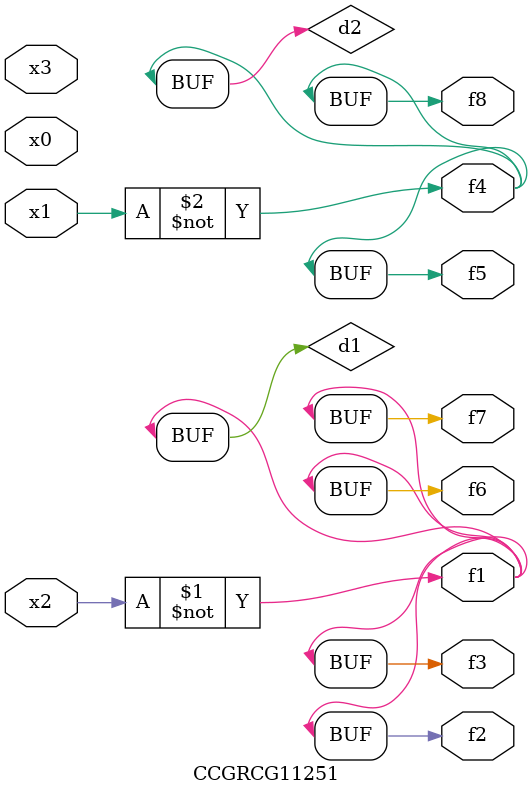
<source format=v>
module CCGRCG11251(
	input x0, x1, x2, x3,
	output f1, f2, f3, f4, f5, f6, f7, f8
);

	wire d1, d2;

	xnor (d1, x2);
	not (d2, x1);
	assign f1 = d1;
	assign f2 = d1;
	assign f3 = d1;
	assign f4 = d2;
	assign f5 = d2;
	assign f6 = d1;
	assign f7 = d1;
	assign f8 = d2;
endmodule

</source>
